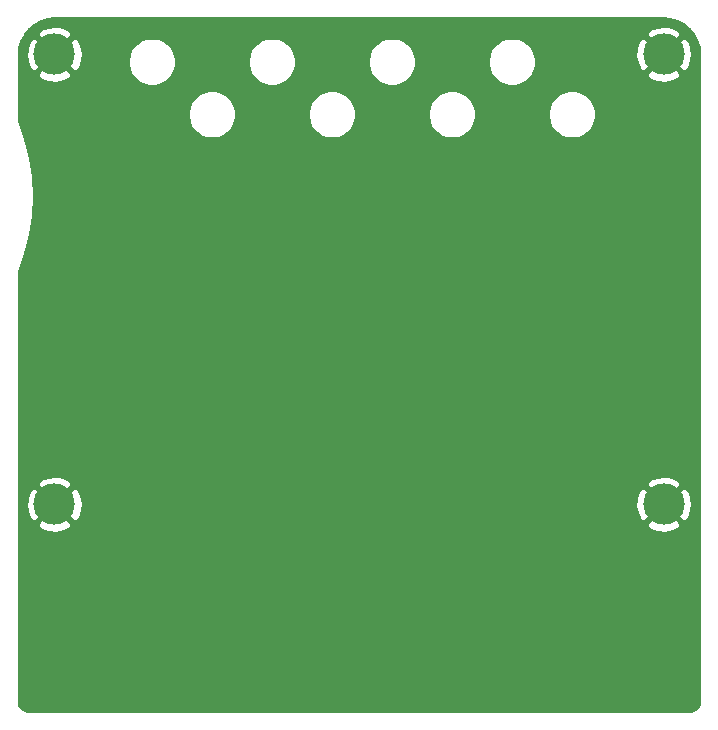
<source format=gbl>
%TF.GenerationSoftware,KiCad,Pcbnew,(5.1.8)-1*%
%TF.CreationDate,2021-03-08T16:17:57+01:00*%
%TF.ProjectId,ZX Diagnostic 2021 FA1,5a582044-6961-4676-9e6f-737469632032,rev?*%
%TF.SameCoordinates,Original*%
%TF.FileFunction,Copper,L2,Bot*%
%TF.FilePolarity,Positive*%
%FSLAX46Y46*%
G04 Gerber Fmt 4.6, Leading zero omitted, Abs format (unit mm)*
G04 Created by KiCad (PCBNEW (5.1.8)-1) date 2021-03-08 16:17:57*
%MOMM*%
%LPD*%
G01*
G04 APERTURE LIST*
%TA.AperFunction,ComponentPad*%
%ADD10C,3.500000*%
%TD*%
%TA.AperFunction,Conductor*%
%ADD11C,0.254000*%
%TD*%
%TA.AperFunction,Conductor*%
%ADD12C,0.100000*%
%TD*%
G04 APERTURE END LIST*
D10*
%TO.P,M1,1*%
%TO.N,Net-(M1-Pad1)*%
X123444000Y-100330000D03*
%TD*%
%TO.P,M2,1*%
%TO.N,Net-(M1-Pad1)*%
X175011000Y-100330000D03*
%TD*%
%TO.P,M3,1*%
%TO.N,Net-(M1-Pad1)*%
X175011000Y-62230000D03*
%TD*%
%TO.P,M4,1*%
%TO.N,Net-(M1-Pad1)*%
X123444000Y-62230000D03*
%TD*%
D11*
%TO.N,Net-(M1-Pad1)*%
X175595429Y-59253166D02*
X176162406Y-59424347D01*
X176685339Y-59702396D01*
X177144302Y-60076716D01*
X177521821Y-60533060D01*
X177803513Y-61054038D01*
X177978645Y-61619802D01*
X178041246Y-62215403D01*
X178041297Y-62230197D01*
X178041298Y-116960159D01*
X178023951Y-117137074D01*
X177974556Y-117300679D01*
X177894330Y-117451562D01*
X177786318Y-117583998D01*
X177654644Y-117692928D01*
X177504320Y-117774208D01*
X177341072Y-117824741D01*
X177164531Y-117843297D01*
X121291831Y-117843297D01*
X121114926Y-117825951D01*
X120951321Y-117776556D01*
X120800438Y-117696330D01*
X120668002Y-117588318D01*
X120559072Y-117456644D01*
X120477792Y-117306320D01*
X120427259Y-117143072D01*
X120408702Y-116966521D01*
X120408702Y-116966508D01*
X120408702Y-101999609D01*
X121953997Y-101999609D01*
X122140073Y-102340766D01*
X122557409Y-102556513D01*
X123008815Y-102686696D01*
X123476946Y-102726313D01*
X123943811Y-102673842D01*
X124391468Y-102531297D01*
X124747927Y-102340766D01*
X124934003Y-101999609D01*
X173520997Y-101999609D01*
X173707073Y-102340766D01*
X174124409Y-102556513D01*
X174575815Y-102686696D01*
X175043946Y-102726313D01*
X175510811Y-102673842D01*
X175958468Y-102531297D01*
X176314927Y-102340766D01*
X176501003Y-101999609D01*
X175011000Y-100509605D01*
X173520997Y-101999609D01*
X124934003Y-101999609D01*
X123444000Y-100509605D01*
X121953997Y-101999609D01*
X120408702Y-101999609D01*
X120408702Y-100362946D01*
X121047687Y-100362946D01*
X121100158Y-100829811D01*
X121242703Y-101277468D01*
X121433234Y-101633927D01*
X121774391Y-101820003D01*
X123264395Y-100330000D01*
X123623605Y-100330000D01*
X125113609Y-101820003D01*
X125454766Y-101633927D01*
X125670513Y-101216591D01*
X125800696Y-100765185D01*
X125834736Y-100362946D01*
X172614687Y-100362946D01*
X172667158Y-100829811D01*
X172809703Y-101277468D01*
X173000234Y-101633927D01*
X173341391Y-101820003D01*
X174831395Y-100330000D01*
X175190605Y-100330000D01*
X176680609Y-101820003D01*
X177021766Y-101633927D01*
X177237513Y-101216591D01*
X177367696Y-100765185D01*
X177407313Y-100297054D01*
X177354842Y-99830189D01*
X177212297Y-99382532D01*
X177021766Y-99026073D01*
X176680609Y-98839997D01*
X175190605Y-100330000D01*
X174831395Y-100330000D01*
X173341391Y-98839997D01*
X173000234Y-99026073D01*
X172784487Y-99443409D01*
X172654304Y-99894815D01*
X172614687Y-100362946D01*
X125834736Y-100362946D01*
X125840313Y-100297054D01*
X125787842Y-99830189D01*
X125645297Y-99382532D01*
X125454766Y-99026073D01*
X125113609Y-98839997D01*
X123623605Y-100330000D01*
X123264395Y-100330000D01*
X121774391Y-98839997D01*
X121433234Y-99026073D01*
X121217487Y-99443409D01*
X121087304Y-99894815D01*
X121047687Y-100362946D01*
X120408702Y-100362946D01*
X120408702Y-98660391D01*
X121953997Y-98660391D01*
X123444000Y-100150395D01*
X124934003Y-98660391D01*
X173520997Y-98660391D01*
X175011000Y-100150395D01*
X176501003Y-98660391D01*
X176314927Y-98319234D01*
X175897591Y-98103487D01*
X175446185Y-97973304D01*
X174978054Y-97933687D01*
X174511189Y-97986158D01*
X174063532Y-98128703D01*
X173707073Y-98319234D01*
X173520997Y-98660391D01*
X124934003Y-98660391D01*
X124747927Y-98319234D01*
X124330591Y-98103487D01*
X123879185Y-97973304D01*
X123411054Y-97933687D01*
X122944189Y-97986158D01*
X122496532Y-98128703D01*
X122140073Y-98319234D01*
X121953997Y-98660391D01*
X120408702Y-98660391D01*
X120408704Y-80672661D01*
X120446448Y-80581087D01*
X120447359Y-80578527D01*
X120448412Y-80576045D01*
X120449073Y-80574209D01*
X120984328Y-79052588D01*
X120986000Y-79046971D01*
X120987745Y-79041397D01*
X120988223Y-79039506D01*
X121372439Y-77472913D01*
X121373558Y-77467145D01*
X121374747Y-77461444D01*
X121375039Y-77459515D01*
X121604548Y-75862907D01*
X121605098Y-75857062D01*
X121605726Y-75851266D01*
X121605827Y-75849318D01*
X121678440Y-74237934D01*
X121678418Y-74232094D01*
X121678477Y-74226234D01*
X121678388Y-74224285D01*
X121593410Y-72613506D01*
X121592816Y-72607680D01*
X121592305Y-72601859D01*
X121592026Y-72599928D01*
X121350270Y-71005128D01*
X121349110Y-70999386D01*
X121348033Y-70993644D01*
X121347568Y-70991749D01*
X120951340Y-69428152D01*
X120949616Y-69422520D01*
X120947993Y-69416941D01*
X120947344Y-69415101D01*
X120408703Y-67920594D01*
X120408703Y-67108114D01*
X134729215Y-67108114D01*
X134729215Y-67511886D01*
X134807987Y-67907900D01*
X134962504Y-68280937D01*
X135186828Y-68616662D01*
X135472338Y-68902172D01*
X135808063Y-69126496D01*
X136181100Y-69281013D01*
X136577114Y-69359785D01*
X136980886Y-69359785D01*
X137376900Y-69281013D01*
X137749937Y-69126496D01*
X138085662Y-68902172D01*
X138371172Y-68616662D01*
X138595496Y-68280937D01*
X138750013Y-67907900D01*
X138828785Y-67511886D01*
X138828785Y-67108114D01*
X144889215Y-67108114D01*
X144889215Y-67511886D01*
X144967987Y-67907900D01*
X145122504Y-68280937D01*
X145346828Y-68616662D01*
X145632338Y-68902172D01*
X145968063Y-69126496D01*
X146341100Y-69281013D01*
X146737114Y-69359785D01*
X147140886Y-69359785D01*
X147536900Y-69281013D01*
X147909937Y-69126496D01*
X148245662Y-68902172D01*
X148531172Y-68616662D01*
X148755496Y-68280937D01*
X148910013Y-67907900D01*
X148988785Y-67511886D01*
X148988785Y-67108114D01*
X155049215Y-67108114D01*
X155049215Y-67511886D01*
X155127987Y-67907900D01*
X155282504Y-68280937D01*
X155506828Y-68616662D01*
X155792338Y-68902172D01*
X156128063Y-69126496D01*
X156501100Y-69281013D01*
X156897114Y-69359785D01*
X157300886Y-69359785D01*
X157696900Y-69281013D01*
X158069937Y-69126496D01*
X158405662Y-68902172D01*
X158691172Y-68616662D01*
X158915496Y-68280937D01*
X159070013Y-67907900D01*
X159148785Y-67511886D01*
X159148785Y-67108114D01*
X165209215Y-67108114D01*
X165209215Y-67511886D01*
X165287987Y-67907900D01*
X165442504Y-68280937D01*
X165666828Y-68616662D01*
X165952338Y-68902172D01*
X166288063Y-69126496D01*
X166661100Y-69281013D01*
X167057114Y-69359785D01*
X167460886Y-69359785D01*
X167856900Y-69281013D01*
X168229937Y-69126496D01*
X168565662Y-68902172D01*
X168851172Y-68616662D01*
X169075496Y-68280937D01*
X169230013Y-67907900D01*
X169308785Y-67511886D01*
X169308785Y-67108114D01*
X169230013Y-66712100D01*
X169075496Y-66339063D01*
X168851172Y-66003338D01*
X168565662Y-65717828D01*
X168229937Y-65493504D01*
X167856900Y-65338987D01*
X167460886Y-65260215D01*
X167057114Y-65260215D01*
X166661100Y-65338987D01*
X166288063Y-65493504D01*
X165952338Y-65717828D01*
X165666828Y-66003338D01*
X165442504Y-66339063D01*
X165287987Y-66712100D01*
X165209215Y-67108114D01*
X159148785Y-67108114D01*
X159070013Y-66712100D01*
X158915496Y-66339063D01*
X158691172Y-66003338D01*
X158405662Y-65717828D01*
X158069937Y-65493504D01*
X157696900Y-65338987D01*
X157300886Y-65260215D01*
X156897114Y-65260215D01*
X156501100Y-65338987D01*
X156128063Y-65493504D01*
X155792338Y-65717828D01*
X155506828Y-66003338D01*
X155282504Y-66339063D01*
X155127987Y-66712100D01*
X155049215Y-67108114D01*
X148988785Y-67108114D01*
X148910013Y-66712100D01*
X148755496Y-66339063D01*
X148531172Y-66003338D01*
X148245662Y-65717828D01*
X147909937Y-65493504D01*
X147536900Y-65338987D01*
X147140886Y-65260215D01*
X146737114Y-65260215D01*
X146341100Y-65338987D01*
X145968063Y-65493504D01*
X145632338Y-65717828D01*
X145346828Y-66003338D01*
X145122504Y-66339063D01*
X144967987Y-66712100D01*
X144889215Y-67108114D01*
X138828785Y-67108114D01*
X138750013Y-66712100D01*
X138595496Y-66339063D01*
X138371172Y-66003338D01*
X138085662Y-65717828D01*
X137749937Y-65493504D01*
X137376900Y-65338987D01*
X136980886Y-65260215D01*
X136577114Y-65260215D01*
X136181100Y-65338987D01*
X135808063Y-65493504D01*
X135472338Y-65717828D01*
X135186828Y-66003338D01*
X134962504Y-66339063D01*
X134807987Y-66712100D01*
X134729215Y-67108114D01*
X120408703Y-67108114D01*
X120408703Y-63899609D01*
X121953997Y-63899609D01*
X122140073Y-64240766D01*
X122557409Y-64456513D01*
X123008815Y-64586696D01*
X123476946Y-64626313D01*
X123943811Y-64573842D01*
X124391468Y-64431297D01*
X124747927Y-64240766D01*
X124934003Y-63899609D01*
X123444000Y-62409605D01*
X121953997Y-63899609D01*
X120408703Y-63899609D01*
X120408703Y-62262946D01*
X121047687Y-62262946D01*
X121100158Y-62729811D01*
X121242703Y-63177468D01*
X121433234Y-63533927D01*
X121774391Y-63720003D01*
X123264395Y-62230000D01*
X123623605Y-62230000D01*
X125113609Y-63720003D01*
X125454766Y-63533927D01*
X125670513Y-63116591D01*
X125800696Y-62665185D01*
X125800871Y-62663114D01*
X129649215Y-62663114D01*
X129649215Y-63066886D01*
X129727987Y-63462900D01*
X129882504Y-63835937D01*
X130106828Y-64171662D01*
X130392338Y-64457172D01*
X130728063Y-64681496D01*
X131101100Y-64836013D01*
X131497114Y-64914785D01*
X131900886Y-64914785D01*
X132296900Y-64836013D01*
X132669937Y-64681496D01*
X133005662Y-64457172D01*
X133291172Y-64171662D01*
X133515496Y-63835937D01*
X133670013Y-63462900D01*
X133748785Y-63066886D01*
X133748785Y-62663114D01*
X139809215Y-62663114D01*
X139809215Y-63066886D01*
X139887987Y-63462900D01*
X140042504Y-63835937D01*
X140266828Y-64171662D01*
X140552338Y-64457172D01*
X140888063Y-64681496D01*
X141261100Y-64836013D01*
X141657114Y-64914785D01*
X142060886Y-64914785D01*
X142456900Y-64836013D01*
X142829937Y-64681496D01*
X143165662Y-64457172D01*
X143451172Y-64171662D01*
X143675496Y-63835937D01*
X143830013Y-63462900D01*
X143908785Y-63066886D01*
X143908785Y-62663114D01*
X149969215Y-62663114D01*
X149969215Y-63066886D01*
X150047987Y-63462900D01*
X150202504Y-63835937D01*
X150426828Y-64171662D01*
X150712338Y-64457172D01*
X151048063Y-64681496D01*
X151421100Y-64836013D01*
X151817114Y-64914785D01*
X152220886Y-64914785D01*
X152616900Y-64836013D01*
X152989937Y-64681496D01*
X153325662Y-64457172D01*
X153611172Y-64171662D01*
X153835496Y-63835937D01*
X153990013Y-63462900D01*
X154068785Y-63066886D01*
X154068785Y-62663114D01*
X160129215Y-62663114D01*
X160129215Y-63066886D01*
X160207987Y-63462900D01*
X160362504Y-63835937D01*
X160586828Y-64171662D01*
X160872338Y-64457172D01*
X161208063Y-64681496D01*
X161581100Y-64836013D01*
X161977114Y-64914785D01*
X162380886Y-64914785D01*
X162776900Y-64836013D01*
X163149937Y-64681496D01*
X163485662Y-64457172D01*
X163771172Y-64171662D01*
X163952951Y-63899609D01*
X173520997Y-63899609D01*
X173707073Y-64240766D01*
X174124409Y-64456513D01*
X174575815Y-64586696D01*
X175043946Y-64626313D01*
X175510811Y-64573842D01*
X175958468Y-64431297D01*
X176314927Y-64240766D01*
X176501003Y-63899609D01*
X175011000Y-62409605D01*
X173520997Y-63899609D01*
X163952951Y-63899609D01*
X163995496Y-63835937D01*
X164150013Y-63462900D01*
X164228785Y-63066886D01*
X164228785Y-62663114D01*
X164150013Y-62267100D01*
X164148293Y-62262946D01*
X172614687Y-62262946D01*
X172667158Y-62729811D01*
X172809703Y-63177468D01*
X173000234Y-63533927D01*
X173341391Y-63720003D01*
X174831395Y-62230000D01*
X175190605Y-62230000D01*
X176680609Y-63720003D01*
X177021766Y-63533927D01*
X177237513Y-63116591D01*
X177367696Y-62665185D01*
X177407313Y-62197054D01*
X177354842Y-61730189D01*
X177212297Y-61282532D01*
X177021766Y-60926073D01*
X176680609Y-60739997D01*
X175190605Y-62230000D01*
X174831395Y-62230000D01*
X173341391Y-60739997D01*
X173000234Y-60926073D01*
X172784487Y-61343409D01*
X172654304Y-61794815D01*
X172614687Y-62262946D01*
X164148293Y-62262946D01*
X163995496Y-61894063D01*
X163771172Y-61558338D01*
X163485662Y-61272828D01*
X163149937Y-61048504D01*
X162776900Y-60893987D01*
X162380886Y-60815215D01*
X161977114Y-60815215D01*
X161581100Y-60893987D01*
X161208063Y-61048504D01*
X160872338Y-61272828D01*
X160586828Y-61558338D01*
X160362504Y-61894063D01*
X160207987Y-62267100D01*
X160129215Y-62663114D01*
X154068785Y-62663114D01*
X153990013Y-62267100D01*
X153835496Y-61894063D01*
X153611172Y-61558338D01*
X153325662Y-61272828D01*
X152989937Y-61048504D01*
X152616900Y-60893987D01*
X152220886Y-60815215D01*
X151817114Y-60815215D01*
X151421100Y-60893987D01*
X151048063Y-61048504D01*
X150712338Y-61272828D01*
X150426828Y-61558338D01*
X150202504Y-61894063D01*
X150047987Y-62267100D01*
X149969215Y-62663114D01*
X143908785Y-62663114D01*
X143830013Y-62267100D01*
X143675496Y-61894063D01*
X143451172Y-61558338D01*
X143165662Y-61272828D01*
X142829937Y-61048504D01*
X142456900Y-60893987D01*
X142060886Y-60815215D01*
X141657114Y-60815215D01*
X141261100Y-60893987D01*
X140888063Y-61048504D01*
X140552338Y-61272828D01*
X140266828Y-61558338D01*
X140042504Y-61894063D01*
X139887987Y-62267100D01*
X139809215Y-62663114D01*
X133748785Y-62663114D01*
X133670013Y-62267100D01*
X133515496Y-61894063D01*
X133291172Y-61558338D01*
X133005662Y-61272828D01*
X132669937Y-61048504D01*
X132296900Y-60893987D01*
X131900886Y-60815215D01*
X131497114Y-60815215D01*
X131101100Y-60893987D01*
X130728063Y-61048504D01*
X130392338Y-61272828D01*
X130106828Y-61558338D01*
X129882504Y-61894063D01*
X129727987Y-62267100D01*
X129649215Y-62663114D01*
X125800871Y-62663114D01*
X125840313Y-62197054D01*
X125787842Y-61730189D01*
X125645297Y-61282532D01*
X125454766Y-60926073D01*
X125113609Y-60739997D01*
X123623605Y-62230000D01*
X123264395Y-62230000D01*
X121774391Y-60739997D01*
X121433234Y-60926073D01*
X121217487Y-61343409D01*
X121087304Y-61794815D01*
X121047687Y-62262946D01*
X120408703Y-62262946D01*
X120408703Y-62236830D01*
X120467166Y-61640571D01*
X120638347Y-61073594D01*
X120911222Y-60560391D01*
X121953997Y-60560391D01*
X123444000Y-62050395D01*
X124934003Y-60560391D01*
X173520997Y-60560391D01*
X175011000Y-62050395D01*
X176501003Y-60560391D01*
X176314927Y-60219234D01*
X175897591Y-60003487D01*
X175446185Y-59873304D01*
X174978054Y-59833687D01*
X174511189Y-59886158D01*
X174063532Y-60028703D01*
X173707073Y-60219234D01*
X173520997Y-60560391D01*
X124934003Y-60560391D01*
X124747927Y-60219234D01*
X124330591Y-60003487D01*
X123879185Y-59873304D01*
X123411054Y-59833687D01*
X122944189Y-59886158D01*
X122496532Y-60028703D01*
X122140073Y-60219234D01*
X121953997Y-60560391D01*
X120911222Y-60560391D01*
X120916396Y-60550661D01*
X121290716Y-60091698D01*
X121747060Y-59714179D01*
X122268038Y-59432487D01*
X122833802Y-59257355D01*
X123429403Y-59194754D01*
X123444197Y-59194703D01*
X174999170Y-59194703D01*
X175595429Y-59253166D01*
%TA.AperFunction,Conductor*%
D12*
G36*
X175595429Y-59253166D02*
G01*
X176162406Y-59424347D01*
X176685339Y-59702396D01*
X177144302Y-60076716D01*
X177521821Y-60533060D01*
X177803513Y-61054038D01*
X177978645Y-61619802D01*
X178041246Y-62215403D01*
X178041297Y-62230197D01*
X178041298Y-116960159D01*
X178023951Y-117137074D01*
X177974556Y-117300679D01*
X177894330Y-117451562D01*
X177786318Y-117583998D01*
X177654644Y-117692928D01*
X177504320Y-117774208D01*
X177341072Y-117824741D01*
X177164531Y-117843297D01*
X121291831Y-117843297D01*
X121114926Y-117825951D01*
X120951321Y-117776556D01*
X120800438Y-117696330D01*
X120668002Y-117588318D01*
X120559072Y-117456644D01*
X120477792Y-117306320D01*
X120427259Y-117143072D01*
X120408702Y-116966521D01*
X120408702Y-116966508D01*
X120408702Y-101999609D01*
X121953997Y-101999609D01*
X122140073Y-102340766D01*
X122557409Y-102556513D01*
X123008815Y-102686696D01*
X123476946Y-102726313D01*
X123943811Y-102673842D01*
X124391468Y-102531297D01*
X124747927Y-102340766D01*
X124934003Y-101999609D01*
X173520997Y-101999609D01*
X173707073Y-102340766D01*
X174124409Y-102556513D01*
X174575815Y-102686696D01*
X175043946Y-102726313D01*
X175510811Y-102673842D01*
X175958468Y-102531297D01*
X176314927Y-102340766D01*
X176501003Y-101999609D01*
X175011000Y-100509605D01*
X173520997Y-101999609D01*
X124934003Y-101999609D01*
X123444000Y-100509605D01*
X121953997Y-101999609D01*
X120408702Y-101999609D01*
X120408702Y-100362946D01*
X121047687Y-100362946D01*
X121100158Y-100829811D01*
X121242703Y-101277468D01*
X121433234Y-101633927D01*
X121774391Y-101820003D01*
X123264395Y-100330000D01*
X123623605Y-100330000D01*
X125113609Y-101820003D01*
X125454766Y-101633927D01*
X125670513Y-101216591D01*
X125800696Y-100765185D01*
X125834736Y-100362946D01*
X172614687Y-100362946D01*
X172667158Y-100829811D01*
X172809703Y-101277468D01*
X173000234Y-101633927D01*
X173341391Y-101820003D01*
X174831395Y-100330000D01*
X175190605Y-100330000D01*
X176680609Y-101820003D01*
X177021766Y-101633927D01*
X177237513Y-101216591D01*
X177367696Y-100765185D01*
X177407313Y-100297054D01*
X177354842Y-99830189D01*
X177212297Y-99382532D01*
X177021766Y-99026073D01*
X176680609Y-98839997D01*
X175190605Y-100330000D01*
X174831395Y-100330000D01*
X173341391Y-98839997D01*
X173000234Y-99026073D01*
X172784487Y-99443409D01*
X172654304Y-99894815D01*
X172614687Y-100362946D01*
X125834736Y-100362946D01*
X125840313Y-100297054D01*
X125787842Y-99830189D01*
X125645297Y-99382532D01*
X125454766Y-99026073D01*
X125113609Y-98839997D01*
X123623605Y-100330000D01*
X123264395Y-100330000D01*
X121774391Y-98839997D01*
X121433234Y-99026073D01*
X121217487Y-99443409D01*
X121087304Y-99894815D01*
X121047687Y-100362946D01*
X120408702Y-100362946D01*
X120408702Y-98660391D01*
X121953997Y-98660391D01*
X123444000Y-100150395D01*
X124934003Y-98660391D01*
X173520997Y-98660391D01*
X175011000Y-100150395D01*
X176501003Y-98660391D01*
X176314927Y-98319234D01*
X175897591Y-98103487D01*
X175446185Y-97973304D01*
X174978054Y-97933687D01*
X174511189Y-97986158D01*
X174063532Y-98128703D01*
X173707073Y-98319234D01*
X173520997Y-98660391D01*
X124934003Y-98660391D01*
X124747927Y-98319234D01*
X124330591Y-98103487D01*
X123879185Y-97973304D01*
X123411054Y-97933687D01*
X122944189Y-97986158D01*
X122496532Y-98128703D01*
X122140073Y-98319234D01*
X121953997Y-98660391D01*
X120408702Y-98660391D01*
X120408704Y-80672661D01*
X120446448Y-80581087D01*
X120447359Y-80578527D01*
X120448412Y-80576045D01*
X120449073Y-80574209D01*
X120984328Y-79052588D01*
X120986000Y-79046971D01*
X120987745Y-79041397D01*
X120988223Y-79039506D01*
X121372439Y-77472913D01*
X121373558Y-77467145D01*
X121374747Y-77461444D01*
X121375039Y-77459515D01*
X121604548Y-75862907D01*
X121605098Y-75857062D01*
X121605726Y-75851266D01*
X121605827Y-75849318D01*
X121678440Y-74237934D01*
X121678418Y-74232094D01*
X121678477Y-74226234D01*
X121678388Y-74224285D01*
X121593410Y-72613506D01*
X121592816Y-72607680D01*
X121592305Y-72601859D01*
X121592026Y-72599928D01*
X121350270Y-71005128D01*
X121349110Y-70999386D01*
X121348033Y-70993644D01*
X121347568Y-70991749D01*
X120951340Y-69428152D01*
X120949616Y-69422520D01*
X120947993Y-69416941D01*
X120947344Y-69415101D01*
X120408703Y-67920594D01*
X120408703Y-67108114D01*
X134729215Y-67108114D01*
X134729215Y-67511886D01*
X134807987Y-67907900D01*
X134962504Y-68280937D01*
X135186828Y-68616662D01*
X135472338Y-68902172D01*
X135808063Y-69126496D01*
X136181100Y-69281013D01*
X136577114Y-69359785D01*
X136980886Y-69359785D01*
X137376900Y-69281013D01*
X137749937Y-69126496D01*
X138085662Y-68902172D01*
X138371172Y-68616662D01*
X138595496Y-68280937D01*
X138750013Y-67907900D01*
X138828785Y-67511886D01*
X138828785Y-67108114D01*
X144889215Y-67108114D01*
X144889215Y-67511886D01*
X144967987Y-67907900D01*
X145122504Y-68280937D01*
X145346828Y-68616662D01*
X145632338Y-68902172D01*
X145968063Y-69126496D01*
X146341100Y-69281013D01*
X146737114Y-69359785D01*
X147140886Y-69359785D01*
X147536900Y-69281013D01*
X147909937Y-69126496D01*
X148245662Y-68902172D01*
X148531172Y-68616662D01*
X148755496Y-68280937D01*
X148910013Y-67907900D01*
X148988785Y-67511886D01*
X148988785Y-67108114D01*
X155049215Y-67108114D01*
X155049215Y-67511886D01*
X155127987Y-67907900D01*
X155282504Y-68280937D01*
X155506828Y-68616662D01*
X155792338Y-68902172D01*
X156128063Y-69126496D01*
X156501100Y-69281013D01*
X156897114Y-69359785D01*
X157300886Y-69359785D01*
X157696900Y-69281013D01*
X158069937Y-69126496D01*
X158405662Y-68902172D01*
X158691172Y-68616662D01*
X158915496Y-68280937D01*
X159070013Y-67907900D01*
X159148785Y-67511886D01*
X159148785Y-67108114D01*
X165209215Y-67108114D01*
X165209215Y-67511886D01*
X165287987Y-67907900D01*
X165442504Y-68280937D01*
X165666828Y-68616662D01*
X165952338Y-68902172D01*
X166288063Y-69126496D01*
X166661100Y-69281013D01*
X167057114Y-69359785D01*
X167460886Y-69359785D01*
X167856900Y-69281013D01*
X168229937Y-69126496D01*
X168565662Y-68902172D01*
X168851172Y-68616662D01*
X169075496Y-68280937D01*
X169230013Y-67907900D01*
X169308785Y-67511886D01*
X169308785Y-67108114D01*
X169230013Y-66712100D01*
X169075496Y-66339063D01*
X168851172Y-66003338D01*
X168565662Y-65717828D01*
X168229937Y-65493504D01*
X167856900Y-65338987D01*
X167460886Y-65260215D01*
X167057114Y-65260215D01*
X166661100Y-65338987D01*
X166288063Y-65493504D01*
X165952338Y-65717828D01*
X165666828Y-66003338D01*
X165442504Y-66339063D01*
X165287987Y-66712100D01*
X165209215Y-67108114D01*
X159148785Y-67108114D01*
X159070013Y-66712100D01*
X158915496Y-66339063D01*
X158691172Y-66003338D01*
X158405662Y-65717828D01*
X158069937Y-65493504D01*
X157696900Y-65338987D01*
X157300886Y-65260215D01*
X156897114Y-65260215D01*
X156501100Y-65338987D01*
X156128063Y-65493504D01*
X155792338Y-65717828D01*
X155506828Y-66003338D01*
X155282504Y-66339063D01*
X155127987Y-66712100D01*
X155049215Y-67108114D01*
X148988785Y-67108114D01*
X148910013Y-66712100D01*
X148755496Y-66339063D01*
X148531172Y-66003338D01*
X148245662Y-65717828D01*
X147909937Y-65493504D01*
X147536900Y-65338987D01*
X147140886Y-65260215D01*
X146737114Y-65260215D01*
X146341100Y-65338987D01*
X145968063Y-65493504D01*
X145632338Y-65717828D01*
X145346828Y-66003338D01*
X145122504Y-66339063D01*
X144967987Y-66712100D01*
X144889215Y-67108114D01*
X138828785Y-67108114D01*
X138750013Y-66712100D01*
X138595496Y-66339063D01*
X138371172Y-66003338D01*
X138085662Y-65717828D01*
X137749937Y-65493504D01*
X137376900Y-65338987D01*
X136980886Y-65260215D01*
X136577114Y-65260215D01*
X136181100Y-65338987D01*
X135808063Y-65493504D01*
X135472338Y-65717828D01*
X135186828Y-66003338D01*
X134962504Y-66339063D01*
X134807987Y-66712100D01*
X134729215Y-67108114D01*
X120408703Y-67108114D01*
X120408703Y-63899609D01*
X121953997Y-63899609D01*
X122140073Y-64240766D01*
X122557409Y-64456513D01*
X123008815Y-64586696D01*
X123476946Y-64626313D01*
X123943811Y-64573842D01*
X124391468Y-64431297D01*
X124747927Y-64240766D01*
X124934003Y-63899609D01*
X123444000Y-62409605D01*
X121953997Y-63899609D01*
X120408703Y-63899609D01*
X120408703Y-62262946D01*
X121047687Y-62262946D01*
X121100158Y-62729811D01*
X121242703Y-63177468D01*
X121433234Y-63533927D01*
X121774391Y-63720003D01*
X123264395Y-62230000D01*
X123623605Y-62230000D01*
X125113609Y-63720003D01*
X125454766Y-63533927D01*
X125670513Y-63116591D01*
X125800696Y-62665185D01*
X125800871Y-62663114D01*
X129649215Y-62663114D01*
X129649215Y-63066886D01*
X129727987Y-63462900D01*
X129882504Y-63835937D01*
X130106828Y-64171662D01*
X130392338Y-64457172D01*
X130728063Y-64681496D01*
X131101100Y-64836013D01*
X131497114Y-64914785D01*
X131900886Y-64914785D01*
X132296900Y-64836013D01*
X132669937Y-64681496D01*
X133005662Y-64457172D01*
X133291172Y-64171662D01*
X133515496Y-63835937D01*
X133670013Y-63462900D01*
X133748785Y-63066886D01*
X133748785Y-62663114D01*
X139809215Y-62663114D01*
X139809215Y-63066886D01*
X139887987Y-63462900D01*
X140042504Y-63835937D01*
X140266828Y-64171662D01*
X140552338Y-64457172D01*
X140888063Y-64681496D01*
X141261100Y-64836013D01*
X141657114Y-64914785D01*
X142060886Y-64914785D01*
X142456900Y-64836013D01*
X142829937Y-64681496D01*
X143165662Y-64457172D01*
X143451172Y-64171662D01*
X143675496Y-63835937D01*
X143830013Y-63462900D01*
X143908785Y-63066886D01*
X143908785Y-62663114D01*
X149969215Y-62663114D01*
X149969215Y-63066886D01*
X150047987Y-63462900D01*
X150202504Y-63835937D01*
X150426828Y-64171662D01*
X150712338Y-64457172D01*
X151048063Y-64681496D01*
X151421100Y-64836013D01*
X151817114Y-64914785D01*
X152220886Y-64914785D01*
X152616900Y-64836013D01*
X152989937Y-64681496D01*
X153325662Y-64457172D01*
X153611172Y-64171662D01*
X153835496Y-63835937D01*
X153990013Y-63462900D01*
X154068785Y-63066886D01*
X154068785Y-62663114D01*
X160129215Y-62663114D01*
X160129215Y-63066886D01*
X160207987Y-63462900D01*
X160362504Y-63835937D01*
X160586828Y-64171662D01*
X160872338Y-64457172D01*
X161208063Y-64681496D01*
X161581100Y-64836013D01*
X161977114Y-64914785D01*
X162380886Y-64914785D01*
X162776900Y-64836013D01*
X163149937Y-64681496D01*
X163485662Y-64457172D01*
X163771172Y-64171662D01*
X163952951Y-63899609D01*
X173520997Y-63899609D01*
X173707073Y-64240766D01*
X174124409Y-64456513D01*
X174575815Y-64586696D01*
X175043946Y-64626313D01*
X175510811Y-64573842D01*
X175958468Y-64431297D01*
X176314927Y-64240766D01*
X176501003Y-63899609D01*
X175011000Y-62409605D01*
X173520997Y-63899609D01*
X163952951Y-63899609D01*
X163995496Y-63835937D01*
X164150013Y-63462900D01*
X164228785Y-63066886D01*
X164228785Y-62663114D01*
X164150013Y-62267100D01*
X164148293Y-62262946D01*
X172614687Y-62262946D01*
X172667158Y-62729811D01*
X172809703Y-63177468D01*
X173000234Y-63533927D01*
X173341391Y-63720003D01*
X174831395Y-62230000D01*
X175190605Y-62230000D01*
X176680609Y-63720003D01*
X177021766Y-63533927D01*
X177237513Y-63116591D01*
X177367696Y-62665185D01*
X177407313Y-62197054D01*
X177354842Y-61730189D01*
X177212297Y-61282532D01*
X177021766Y-60926073D01*
X176680609Y-60739997D01*
X175190605Y-62230000D01*
X174831395Y-62230000D01*
X173341391Y-60739997D01*
X173000234Y-60926073D01*
X172784487Y-61343409D01*
X172654304Y-61794815D01*
X172614687Y-62262946D01*
X164148293Y-62262946D01*
X163995496Y-61894063D01*
X163771172Y-61558338D01*
X163485662Y-61272828D01*
X163149937Y-61048504D01*
X162776900Y-60893987D01*
X162380886Y-60815215D01*
X161977114Y-60815215D01*
X161581100Y-60893987D01*
X161208063Y-61048504D01*
X160872338Y-61272828D01*
X160586828Y-61558338D01*
X160362504Y-61894063D01*
X160207987Y-62267100D01*
X160129215Y-62663114D01*
X154068785Y-62663114D01*
X153990013Y-62267100D01*
X153835496Y-61894063D01*
X153611172Y-61558338D01*
X153325662Y-61272828D01*
X152989937Y-61048504D01*
X152616900Y-60893987D01*
X152220886Y-60815215D01*
X151817114Y-60815215D01*
X151421100Y-60893987D01*
X151048063Y-61048504D01*
X150712338Y-61272828D01*
X150426828Y-61558338D01*
X150202504Y-61894063D01*
X150047987Y-62267100D01*
X149969215Y-62663114D01*
X143908785Y-62663114D01*
X143830013Y-62267100D01*
X143675496Y-61894063D01*
X143451172Y-61558338D01*
X143165662Y-61272828D01*
X142829937Y-61048504D01*
X142456900Y-60893987D01*
X142060886Y-60815215D01*
X141657114Y-60815215D01*
X141261100Y-60893987D01*
X140888063Y-61048504D01*
X140552338Y-61272828D01*
X140266828Y-61558338D01*
X140042504Y-61894063D01*
X139887987Y-62267100D01*
X139809215Y-62663114D01*
X133748785Y-62663114D01*
X133670013Y-62267100D01*
X133515496Y-61894063D01*
X133291172Y-61558338D01*
X133005662Y-61272828D01*
X132669937Y-61048504D01*
X132296900Y-60893987D01*
X131900886Y-60815215D01*
X131497114Y-60815215D01*
X131101100Y-60893987D01*
X130728063Y-61048504D01*
X130392338Y-61272828D01*
X130106828Y-61558338D01*
X129882504Y-61894063D01*
X129727987Y-62267100D01*
X129649215Y-62663114D01*
X125800871Y-62663114D01*
X125840313Y-62197054D01*
X125787842Y-61730189D01*
X125645297Y-61282532D01*
X125454766Y-60926073D01*
X125113609Y-60739997D01*
X123623605Y-62230000D01*
X123264395Y-62230000D01*
X121774391Y-60739997D01*
X121433234Y-60926073D01*
X121217487Y-61343409D01*
X121087304Y-61794815D01*
X121047687Y-62262946D01*
X120408703Y-62262946D01*
X120408703Y-62236830D01*
X120467166Y-61640571D01*
X120638347Y-61073594D01*
X120911222Y-60560391D01*
X121953997Y-60560391D01*
X123444000Y-62050395D01*
X124934003Y-60560391D01*
X173520997Y-60560391D01*
X175011000Y-62050395D01*
X176501003Y-60560391D01*
X176314927Y-60219234D01*
X175897591Y-60003487D01*
X175446185Y-59873304D01*
X174978054Y-59833687D01*
X174511189Y-59886158D01*
X174063532Y-60028703D01*
X173707073Y-60219234D01*
X173520997Y-60560391D01*
X124934003Y-60560391D01*
X124747927Y-60219234D01*
X124330591Y-60003487D01*
X123879185Y-59873304D01*
X123411054Y-59833687D01*
X122944189Y-59886158D01*
X122496532Y-60028703D01*
X122140073Y-60219234D01*
X121953997Y-60560391D01*
X120911222Y-60560391D01*
X120916396Y-60550661D01*
X121290716Y-60091698D01*
X121747060Y-59714179D01*
X122268038Y-59432487D01*
X122833802Y-59257355D01*
X123429403Y-59194754D01*
X123444197Y-59194703D01*
X174999170Y-59194703D01*
X175595429Y-59253166D01*
G37*
%TD.AperFunction*%
%TD*%
M02*

</source>
